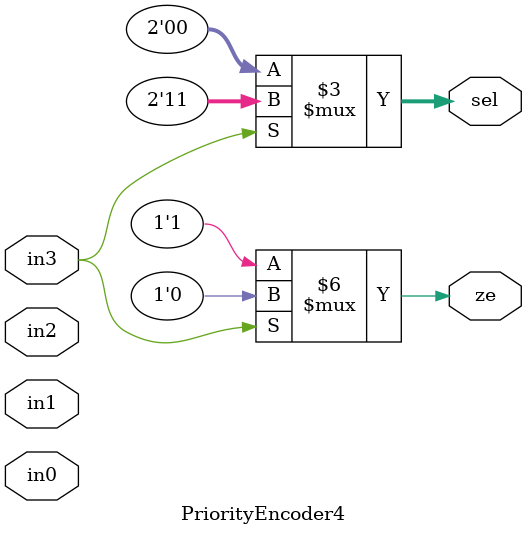
<source format=v>
/**
 * This is an autogenerated netlist code from CircuitVerse. Verilog Code can be
 * tested on https://www.edaplayground.com/ using Icarus Verilog 0.9.7. This is an
 * experimental module and some manual changes make need to be done in order for
 * this to work.
 *
 * If you have any ideas/suggestions or bug fixes, raise an issue
 * on https://github.com/CircuitVerse/CircuitVerse/issues/new/choose
 */

/*
  Element Usage Report
    Button - 2 times
    AndGate - 25 times
    DflipFlop - 2 times
    OrGate - 5 times
    TflipFlop - 13 times
    XorGate - 8 times
    NotGate - 15 times
    DigitalLed - 4 times
    Splitter - 1 times
    SixteenSegDisplay - 9 times
    Input - 23 times
    Multiplexer - 3 times
    Demultiplexer - 3 times
    PriorityEncoder - 1 times
*/

/*
  Usage Instructions and Tips
    Labels - Ensure unique label names and avoid using verilog keywords
    Warnings - Connect all optional inputs to remove warnings
    Button - Buttons are not natively supported in verilog, consider using Inputs instead
*/

// Sample Testbench Code - Uncomment to use

/*
module TestBench();

  reg inp_0, inp_1, inp_2, inp_3, inp_4, inp_5, inp_6, inp_7, inp_8, inp_9, inp_10, inp_11, inp_12, inp_13;
  reg [15:0] inp_14, inp_15, inp_16, inp_17, inp_18, inp_19, inp_20, inp_21, inp_22;


  Main DUT0(inp_0, inp_1, inp_2, inp_3, inp_4, inp_5, inp_6, inp_7, inp_8, inp_9, inp_10, inp_11, inp_12, inp_13, inp_14, inp_15, inp_16, inp_17, inp_18, inp_19, inp_20, inp_21, inp_22);

  initial begin
    inp_0 = 0;
    inp_1 = 0;
    inp_2 = 0;
    inp_3 = 0;
    inp_4 = 0;
    inp_5 = 0;
    inp_6 = 0;
    inp_7 = 0;
    inp_8 = 0;
    inp_9 = 0;
    inp_10 = 0;
    inp_11 = 0;
    inp_12 = 0;
    inp_13 = 0;
    inp_14 = 0;
    inp_15 = 0;
    inp_16 = 0;
    inp_17 = 0;
    inp_18 = 0;
    inp_19 = 0;
    inp_20 = 0;
    inp_21 = 0;
    inp_22 = 0;

    #15

    #10

    $finish;

  end
endmodule

*/

module Main(inp_0, inp_1, inp_2, inp_3, inp_4, inp_5, inp_6, inp_7, inp_8, inp_9, inp_10, inp_11, inp_12, inp_13, inp_14, inp_15, inp_16, inp_17, inp_18, inp_19, inp_20, inp_21, inp_22);
  input inp_0, inp_1, inp_2, inp_3, inp_4, inp_5, inp_6, inp_7, inp_8, inp_9, inp_10, inp_11, inp_12, inp_13;
  input [15:0] inp_14, inp_15, inp_16, inp_17, inp_18, inp_19, inp_20, inp_21, inp_22;
  wire Button_1_out, and_7_out, DflipFlop_1_Q, DflipFlop_1_Q_inv, and_6_out, or_4_out, or_3_out, and_5_out, DflipFlop_0_Q, and_2_out, and_3_out, or_2_out, TflipFlop_12_Q, xor_7_out, or_0_out, not_0_out, and_15_out, and_11_out, TflipFlop_10_Q, not_11_out, and_10_out, TflipFlop_11_Q, not_12_out, and_8_out, and_13_out, and_14_out, TflipFlop_8_Q, not_13_out, and_9_out, and_12_out, TflipFlop_9_Q, not_14_out, TflipFlop_4_Q, xor_6_out, TflipFlop_3_Q, xor_5_out, TflipFlop_6_Q, xor_0_out, TflipFlop_5_Q, xor_4_out, TflipFlop_0_Q, xor_2_out, TflipFlop_2_Q, xor_1_out, TflipFlop_1_Q, xor_3_out, and_0_out, or_1_out, not_10_out, TflipFlop_7_Q, and_1_out, not_9_out, Button_0_out, and_4_out, Multiplexer_1_out, Multiplexer_2_out, Demultiplexer_2_out_0, Demultiplexer_2_out_1, Demultiplexer_1_out_0, Demultiplexer_1_out_1, Demultiplexer_0_out_0, Demultiplexer_0_out_1, PriorityEncoder_0_out_0, PriorityEncoder_0_out_1, Multiplexer_0_out, not_7_out, not_6_out, not_5_out, not_2_out, not_8_out, not_1_out, not_4_out, not_3_out;
  wire [15:0] Splitter_0_cmb, and_24_out, and_23_out, and_22_out, and_21_out, and_19_out, and_18_out, and_20_out, and_17_out, and_16_out;
  Button0 Button_1(Button_1_out);
  assign and_7_out = Button_1_out & and_1_out;
  DflipFlop DflipFlop_1(DflipFlop_1_Q, DflipFlop_1_Q_inv, and_7_out, and_8_out, Button_0_out, , );
  assign and_6_out = Demultiplexer_0_out_1 & DflipFlop_1_Q_inv;
  assign or_4_out = not_10_out | and_6_out;
  assign or_3_out = Demultiplexer_1_out_0 | or_4_out;
  assign and_5_out = and_1_out & or_3_out;
  DflipFlop DflipFlop_0(DflipFlop_0_Q, , and_5_out, not_0_out, , , );
  assign and_2_out = DflipFlop_0_Q & Button_0_out;
  assign and_3_out = Demultiplexer_0_out_1 & and_2_out;
  assign or_2_out = and_4_out | and_3_out;
  TflipFlop TflipFlop_12(TflipFlop_12_Q, , and_5_out, not_8_out, or_2_out, or_2_out, or_1_out);
  assign xor_7_out = inp_3 ^ TflipFlop_12_Q;
  assign or_0_out = xor_1_out | xor_2_out | xor_3_out | xor_4_out | xor_0_out | xor_5_out | xor_6_out | xor_7_out;
  assign not_0_out = ~or_0_out;
  assign and_15_out = Demultiplexer_0_out_1 & DflipFlop_1_Q & not_0_out;
  assign and_11_out = and_10_out & and_15_out;
  
      always @ (*)
        $display("DigitalLed:and_11_out=%d", and_11_out);
  TflipFlop TflipFlop_10(TflipFlop_10_Q, , and_15_out, inp_13, , , );
  assign not_11_out = ~TflipFlop_10_Q;
  assign and_10_out = not_11_out & not_12_out;
  TflipFlop TflipFlop_11(TflipFlop_11_Q, , TflipFlop_10_Q, inp_13, , , );
  assign not_12_out = ~TflipFlop_11_Q;
  assign and_8_out = not_0_out & Demultiplexer_0_out_1;
  assign and_13_out = not_0_out & Demultiplexer_1_out_1;
  assign and_14_out = Demultiplexer_1_out_1 & and_13_out;
  assign Splitter_0_cmb = {and_14_out,and_14_out,and_14_out,and_14_out,and_14_out,and_14_out,and_14_out,and_14_out,and_14_out,and_14_out,and_14_out,and_14_out,and_14_out,and_14_out,and_14_out,and_14_out};
  assign and_24_out = inp_21 & Splitter_0_cmb;
  
      always @ (*)
        $display("SixteenSegDisplay:{and_24_out,} = {%16b,%1b}", and_24_out, );
  assign and_23_out = inp_22 & Splitter_0_cmb;
  
      always @ (*)
        $display("SixteenSegDisplay:{and_23_out,} = {%16b,%1b}", and_23_out, );
  assign and_22_out = inp_20 & Splitter_0_cmb;
  
      always @ (*)
        $display("SixteenSegDisplay:{and_22_out,} = {%16b,%1b}", and_22_out, );
  assign and_21_out = inp_19 & Splitter_0_cmb;
  
      always @ (*)
        $display("SixteenSegDisplay:{and_21_out,} = {%16b,%1b}", and_21_out, );
  assign and_19_out = inp_18 & Splitter_0_cmb;
  
      always @ (*)
        $display("SixteenSegDisplay:{and_19_out,} = {%16b,%1b}", and_19_out, );
  assign and_18_out = inp_17 & Splitter_0_cmb;
  
      always @ (*)
        $display("SixteenSegDisplay:{and_18_out,} = {%16b,%1b}", and_18_out, );
  assign and_20_out = inp_16 & Splitter_0_cmb;
  
      always @ (*)
        $display("SixteenSegDisplay:{and_20_out,} = {%16b,%1b}", and_20_out, );
  assign and_17_out = inp_15 & Splitter_0_cmb;
  
      always @ (*)
        $display("SixteenSegDisplay:{and_17_out,} = {%16b,%1b}", and_17_out, );
  assign and_16_out = inp_14 & Splitter_0_cmb;
  
      always @ (*)
        $display("SixteenSegDisplay:{and_16_out,} = {%16b,%1b}", and_16_out, );
  TflipFlop TflipFlop_8(TflipFlop_8_Q, , and_14_out, inp_12, , , );
  assign not_13_out = ~TflipFlop_8_Q;
  assign and_9_out = not_13_out & not_14_out;
  assign and_12_out = Demultiplexer_1_out_1 & and_9_out;
  
      always @ (*)
        $display("DigitalLed:and_12_out=%d", and_12_out);
  TflipFlop TflipFlop_9(TflipFlop_9_Q, , TflipFlop_8_Q, inp_12, , , );
  assign not_14_out = ~TflipFlop_9_Q;
  
      always @ (*)
        $display("DigitalLed:and_13_out=%d", and_13_out);
  TflipFlop TflipFlop_4(TflipFlop_4_Q, , and_5_out, not_7_out, or_2_out, or_2_out, or_1_out);
  assign xor_6_out = inp_7 ^ TflipFlop_4_Q;
  TflipFlop TflipFlop_3(TflipFlop_3_Q, , and_5_out, not_6_out, or_2_out, or_2_out, or_1_out);
  assign xor_5_out = inp_6 ^ TflipFlop_3_Q;
  TflipFlop TflipFlop_6(TflipFlop_6_Q, , and_5_out, not_5_out, or_2_out, or_2_out, or_1_out);
  assign xor_0_out = inp_5 ^ TflipFlop_6_Q;
  TflipFlop TflipFlop_5(TflipFlop_5_Q, , and_5_out, not_4_out, or_2_out, or_2_out, or_1_out);
  assign xor_4_out = inp_1 ^ TflipFlop_5_Q;
  TflipFlop TflipFlop_0(TflipFlop_0_Q, , and_5_out, not_2_out, or_2_out, or_2_out, or_1_out);
  assign xor_2_out = inp_4 ^ TflipFlop_0_Q;
  TflipFlop TflipFlop_2(TflipFlop_2_Q, , and_5_out, not_1_out, or_2_out, or_2_out, or_1_out);
  assign xor_1_out = inp_2 ^ TflipFlop_2_Q;
  TflipFlop TflipFlop_1(TflipFlop_1_Q, , and_5_out, not_3_out, or_2_out, or_2_out, or_1_out);
  assign xor_3_out = inp_0 ^ TflipFlop_1_Q;
  assign and_0_out = DflipFlop_0_Q & Demultiplexer_0_out_1;
  assign or_1_out = Demultiplexer_1_out_0 | and_0_out;
  assign not_10_out = ~DflipFlop_1_Q;
  TflipFlop TflipFlop_7(TflipFlop_7_Q, , Button_1_out, not_9_out, , , );
  assign and_1_out = Button_1_out & TflipFlop_7_Q;
  assign not_9_out = ~Button_1_out;
  Button1 Button_0(Button_0_out);
  assign and_4_out = Demultiplexer_1_out_0 & Button_0_out;
  Multiplexer2 Multiplexer_1(Multiplexer_1_out, inp_11, inp_10, PriorityEncoder_0_out_0);
  Multiplexer2 Multiplexer_2(Multiplexer_2_out, Multiplexer_0_out, Multiplexer_1_out, PriorityEncoder_0_out_1);
  Demultiplexer2 Demultiplexer_2(Demultiplexer_2_out_0, Demultiplexer_2_out_1, Multiplexer_2_out, PriorityEncoder_0_out_0);
  Demultiplexer2 Demultiplexer_1(Demultiplexer_1_out_0, Demultiplexer_1_out_1, Demultiplexer_2_out_1, PriorityEncoder_0_out_1);
  Demultiplexer2 Demultiplexer_0(Demultiplexer_0_out_0, Demultiplexer_0_out_1, Demultiplexer_2_out_0, PriorityEncoder_0_out_1);
  
      always @ (*)
        $display("DigitalLed:Demultiplexer_0_out_0=%d", Demultiplexer_0_out_0);
  PriorityEncoder4 #(2) PriorityEncoder_0(PriorityEncoder_0_out_0, PriorityEncoder_0_out_1, , inp_9, inp_8, inp_11, inp_10);
  Multiplexer2 Multiplexer_0(Multiplexer_0_out, inp_9, inp_8, PriorityEncoder_0_out_0);
  assign not_7_out = ~inp_7;
  assign not_6_out = ~inp_6;
  assign not_5_out = ~inp_5;
  assign not_2_out = ~inp_4;
  assign not_8_out = ~inp_3;
  assign not_1_out = ~inp_2;
  assign not_4_out = ~inp_1;
  assign not_3_out = ~inp_0;
endmodule
// Skeleton for Button0
    /*
    module Button0(out);
      output reg out;
    
      initial begin
        //do something with the button here
      end
    endmodule
    */
    // Skeleton for Button1
    /*
    module Button1(out);
      output reg out;
    
      initial begin
        //do something with the button here
      end
    endmodule
    */
    
module DflipFlop(q, q_inv, clk, d, a_rst, pre, en);
    parameter WIDTH = 1;
    output reg [WIDTH-1:0] q, q_inv;
    input clk, a_rst, pre, en;
    input [WIDTH-1:0] d;

    always @ (posedge clk or posedge a_rst)
    if (a_rst) begin
        q <= 'b0;
        q_inv <= 'b1;
    end else if (en == 0) ;
    else begin
        q <= d;
        q_inv <= ~d;
    end
endmodule
    
        module TflipFlop(q, q_inv, clk, t, a_rst, pre, en);
          parameter WIDTH = 1;
          output reg [WIDTH-1:0] q, q_inv;
          input clk, a_rst, pre, en;
          input [WIDTH-1:0] t;
        
          always @ (posedge clk or posedge a_rst)
            if (a_rst) begin
              q <= 'b0;
              q_inv <= 'b1;
            end else if (en == 0) ;
            else if (t) begin
              q <= q ^ t;
              q_inv <= ~q ^ t;
            end
        endmodule
        
module Multiplexer2(out, in0, in1, sel);
  parameter WIDTH = 1;
  output reg [WIDTH-1:0] out;
  input [WIDTH-1:0] in0, in1;
  input [0:0] sel;
  
  always @ (*)
    case (sel)
      0 : out = in0;
      1 : out = in1;
    endcase
endmodule


module Demultiplexer2(out0, out1, in, sel);
  parameter WIDTH = 1;
  output reg [WIDTH-1:0] out0, out1;
  input [WIDTH-1:0] in;
  input [0:0] sel;
  
  always @ (*) begin
    out0 = 0;
    out1 = 0;
    case (sel)
      0 : out0 = in;
      1 : out1 = in;
    endcase
  end
endmodule

module PriorityEncoder4(sel, ze, in0, in1, in2, in3);
  output reg [1:0] sel;
  output reg ze;
  input in0, in1, in2, in3;

  always @ (*) begin
    sel = 0;
    ze = 0;
    if (in3)
      sel = 3;
    else
      ze = 1;
  end
endmodule

</source>
